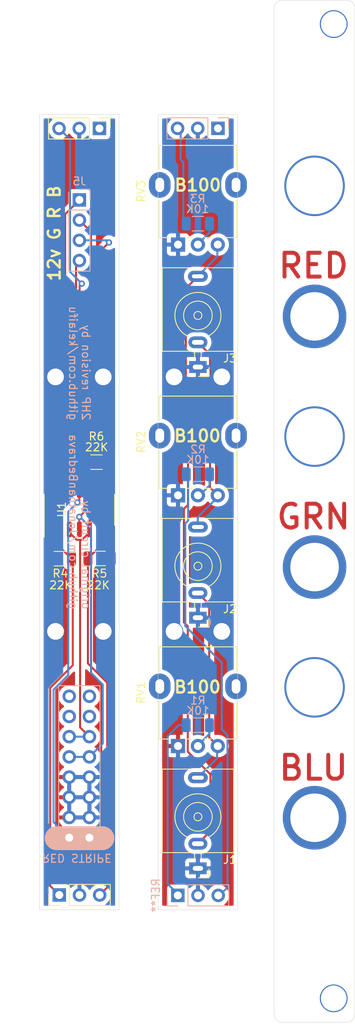
<source format=kicad_pcb>
(kicad_pcb (version 20211014) (generator pcbnew)
  (layers (0 "F.Cu" signal) (31 "B.Cu" signal) (34 "B.Paste" user) (35 "F.Paste" user) (36 "B.SilkS" user "B.Silkscreen") (37 "F.SilkS" user "F.Silkscreen") (38 "B.Mask" user) (39 "F.Mask" user) (44 "Edge.Cuts" user))
  (net 0 "")
  (net 1 "Net-(R1-Pad1)")
  (net 2 "Net-(R2-Pad1)")
  (net 3 "Net-(R3-Pad1)")
  (net 4 "Net-(J1-PadT)")
  (net 5 "GND")
  (net 6 "Net-(J2-PadT)")
  (net 7 "Net-(J3-PadT)")
  (net 8 "+5V")
  (net 9 "+12V")
  (net 10 "Net-(J5-Pad3)")
  (net 11 "Net-(J5-Pad2)")
  (net 12 "Net-(J5-Pad1)")
  (net 13 "-12V")
  (net 14 "Net-(R1-Pad2)")
  (net 15 "Net-(R2-Pad2)")
  (net 16 "Net-(R3-Pad2)")
  (footprint "Resistor_SMD:R_1206_3216Metric" (layer "F.Cu") (at 2.54952 55.854097 180)
    (fp_text reference "R4" (at -0.05048 -1.865903) (layer "F.SilkS"))
    (fp_text value "22K" (at -0.12048 -3.335903) (layer "F.SilkS"))
    (fp_line (start -0.727064 0.91) (end 0.727064 0.91) (layer "F.SilkS") (width 0.12))
    (fp_line (start -0.727064 -0.91) (end 0.727064 -0.91) (layer "F.SilkS") (width 0.12))
    (pad "1" smd roundrect locked (at -1.4625 0 180) (size 1.125 1.75) (layers "F.Cu" "F.Paste" "F.Mask") (roundrect_rratio 0.2222222222) (net 1 "Net-(R1-Pad1)"))
    (pad "2" smd roundrect locked (at 1.4625 0 180) (size 1.125 1.75) (layers "F.Cu" "F.Paste" "F.Mask") (roundrect_rratio 0.2222222222) (net 12 "Net-(J5-Pad1)"))
  )
  (footprint "Resistor_SMD:R_1206_3216Metric" (layer "F.Cu") (at 7.53952 55.824097)
    (fp_text reference "R5" (at -0.01952 1.895903) (layer "F.SilkS"))
    (fp_text value "22K" (at -0.16952 3.365903) (layer "F.SilkS"))
    (fp_line (start -0.727064 0.91) (end 0.727064 0.91) (layer "F.SilkS") (width 0.12))
    (fp_line (start -0.727064 -0.91) (end 0.727064 -0.91) (layer "F.SilkS") (width 0.12))
    (pad "1" smd roundrect locked (at -1.4625 0) (size 1.125 1.75) (layers "F.Cu" "F.Paste" "F.Mask") (roundrect_rratio 0.2222222222) (net 2 "Net-(R2-Pad1)"))
    (pad "2" smd roundrect locked (at 1.4625 0) (size 1.125 1.75) (layers "F.Cu" "F.Paste" "F.Mask") (roundrect_rratio 0.2222222222) (net 11 "Net-(J5-Pad2)"))
  )
  (footprint "Resistor_SMD:R_1206_3216Metric" (layer "F.Cu") (at 7.16 43.72)
    (fp_text reference "R6" (at -0.01 -3.24) (layer "F.SilkS"))
    (fp_text value "22K" (at 0.01 -1.88 180) (layer "F.SilkS"))
    (fp_line (start -0.727064 -0.91) (end 0.727064 -0.91) (layer "F.SilkS") (width 0.12))
    (fp_line (start -0.727064 0.91) (end 0.727064 0.91) (layer "F.SilkS") (width 0.12))
    (pad "1" smd roundrect locked (at -1.4625 0) (size 1.125 1.75) (layers "F.Cu" "F.Paste" "F.Mask") (roundrect_rratio 0.2222222222) (net 3 "Net-(R3-Pad1)"))
    (pad "2" smd roundrect locked (at 1.4625 0) (size 1.125 1.75) (layers "F.Cu" "F.Paste" "F.Mask") (roundrect_rratio 0.2222222222) (net 10 "Net-(J5-Pad3)"))
  )
  (footprint "Potentiometer_THT:Potentiometer_Alpha_RD901F-40-00D_Single_Vertical" (layer "F.Cu") (at 17.41 47.887185 90)
    (fp_text reference "RV2" (at 6.71 -4.64 90) (layer "F.SilkS"))
    (fp_text value "100K")
    (fp_line (start 0.88 -2.38) (end 5.6 -2.38) (layer "F.SilkS") (width 0.12))
    (fp_line (start 9.41 -2.37) (end 12.47 -2.37) (layer "F.SilkS") (width 0.12))
    (fp_line (start 9.41 7.37) (end 12.47 7.37) (layer "F.SilkS") (width 0.12))
    (fp_line (start 0.88 -1.19) (end 0.88 -2.37) (layer "F.SilkS") (width 0.12))
    (fp_line (start 0.88 7.37) (end 5.6 7.37) (layer "F.SilkS") (width 0.12))
    (fp_line (start 0.88 7.37) (end 0.88 5.88) (layer "F.SilkS") (width 0.12))
    (fp_line (start 0.88 1.71) (end 0.88 1.18) (layer "F.SilkS") (width 0.12))
    (fp_line (start 0.88 4.16) (end 0.88 3.33) (layer "F.SilkS") (width 0.12))
    (fp_line (start 12.47 7.37) (end 12.47 -2.37) (layer "F.SilkS") (width 0.12))
    (pad "" thru_hole oval locked (at 7.5 -2.3 180) (size 2.72 3.24) (drill oval 1.1 1.8) (layers *.Cu *.Mask))
    (pad "" thru_hole oval locked (at 7.5 7.3 180) (size 2.72 3.24) (drill oval 1.1 1.8) (layers *.Cu *.Mask))
    (pad "1" thru_hole rect locked (at 0 0 180) (size 1.8 1.8) (drill 1) (layers *.Cu *.Mask) (net 5 "GND"))
    (pad "2" thru_hole circle locked (at 0 2.5 180) (size 1.8 1.8) (drill 1) (layers *.Cu *.Mask) (net 15 "Net-(R2-Pad2)"))
    (pad "3" thru_hole circle locked (at 0 5 180) (size 1.8 1.8) (drill 1) (layers *.Cu *.Mask) (net 6 "Net-(J2-PadT)"))
  )
  (footprint "Potentiometer_THT:Potentiometer_Alpha_RD901F-40-00D_Single_Vertical" (layer "F.Cu") (at 17.41 16.362463 90)
    (fp_text reference "RV3" (at 6.71 -4.64 90) (layer "F.SilkS"))
    (fp_text value "100K")
    (fp_line (start 9.41 -2.37) (end 12.47 -2.37) (layer "F.SilkS") (width 0.12))
    (fp_line (start 9.41 7.37) (end 12.47 7.37) (layer "F.SilkS") (width 0.12))
    (fp_line (start 0.88 -1.19) (end 0.88 -2.37) (layer "F.SilkS") (width 0.12))
    (fp_line (start 0.88 -2.38) (end 5.6 -2.38) (layer "F.SilkS") (width 0.12))
    (fp_line (start 0.88 4.16) (end 0.88 3.33) (layer "F.SilkS") (width 0.12))
    (fp_line (start 0.88 1.71) (end 0.88 1.18) (layer "F.SilkS") (width 0.12))
    (fp_line (start 0.88 7.37) (end 5.6 7.37) (layer "F.SilkS") (width 0.12))
    (fp_line (start 0.88 7.37) (end 0.88 5.88) (layer "F.SilkS") (width 0.12))
    (fp_line (start 12.47 7.37) (end 12.47 -2.37) (layer "F.SilkS") (width 0.12))
    (pad "" thru_hole oval locked (at 7.5 -2.3 180) (size 2.72 3.24) (drill oval 1.1 1.8) (layers *.Cu *.Mask))
    (pad "" thru_hole oval locked (at 7.5 7.3 180) (size 2.72 3.24) (drill oval 1.1 1.8) (layers *.Cu *.Mask))
    (pad "1" thru_hole rect locked (at 0 0 180) (size 1.8 1.8) (drill 1) (layers *.Cu *.Mask) (net 5 "GND"))
    (pad "2" thru_hole circle locked (at 0 2.5 180) (size 1.8 1.8) (drill 1) (layers *.Cu *.Mask) (net 16 "Net-(R3-Pad2)"))
    (pad "3" thru_hole circle locked (at 0 5 180) (size 1.8 1.8) (drill 1) (layers *.Cu *.Mask) (net 7 "Net-(J3-PadT)"))
  )
  (footprint "Package_SO:SOIC-14_3.9x8.7mm_P1.27mm" (layer "F.Cu") (at 5 49.709097 90)
    (fp_text reference "U1" (at 0.04063 -2.208343 90) (layer "F.SilkS"))
    (fp_text value "TL084")
    (fp_line (start 0 -4.435) (end -3.45 -4.435) (layer "F.SilkS") (width 0.12))
    (fp_line (start 0 4.435) (end -1.95 4.435) (layer "F.SilkS") (width 0.12))
    (fp_line (start 0 4.435) (end 1.95 4.435) (layer "F.SilkS") (width 0.12))
    (fp_line (start 0 -4.435) (end 1.95 -4.435) (layer "F.SilkS") (width 0.12))
    (pad "1" smd roundrect locked (at -2.475 -3.81 90) (size 1.95 0.6) (layers "F.Cu" "F.Paste" "F.Mask") (net 12 "Net-(J5-Pad1)"))
    (pad "2" smd roundrect locked (at -2.475 -2.54 90) (size 1.95 0.6) (layers "F.Cu" "F.Paste" "F.Mask") (net 1 "Net-(R1-Pad1)"))
    (pad "3" smd roundrect locked (at -2.475 -1.27 90) (size 1.95 0.6) (layers "F.Cu" "F.Paste" "F.Mask") (net 8 "+5V"))
    (pad "4" smd roundrect locked (at -2.475 0 90) (size 1.95 0.6) (layers "F.Cu" "F.Paste" "F.Mask") (net 9 "+12V"))
    (pad "5" smd roundrect locked (at -2.475 1.27 90) (size 1.95 0.6) (layers "F.Cu" "F.Paste" "F.Mask") (net 8 "+5V"))
    (pad "6" smd roundrect locked (at -2.475 2.54 90) (size 1.95 0.6) (layers "F.Cu" "F.Paste" "F.Mask") (net 2 "Net-(R2-Pad1)"))
    (pad "7" smd roundrect locked (at -2.475 3.81 90) (size 1.95 0.6) (layers "F.Cu" "F.Paste" "F.Mask") (net 11 "Net-(J5-Pad2)"))
    (pad "8" smd roundrect locked (at 2.475 3.81 90) (size 1.95 0.6) (layers "F.Cu" "F.Paste" "F.Mask") (net 10 "Net-(J5-Pad3)"))
    (pad "9" smd roundrect locked (at 2.475 2.54 90) (size 1.95 0.6) (layers "F.Cu" "F.Paste" "F.Mask") (net 3 "Net-(R3-Pad1)"))
    (pad "10" smd roundrect locked (at 2.475 1.27 90) (size 1.95 0.6) (layers "F.Cu" "F.Paste" "F.Mask") (net 8 "+5V"))
    (pad "11" smd roundrect locked (at 2.475 0 90) (size 1.95 0.6) (layers "F.Cu" "F.Paste" "F.Mask") (net 13 "-12V"))
    (pad "12" smd roundrect locked (at 2.475 -1.27 90) (size 1.95 0.6) (layers "F.Cu" "F.Paste" "F.Mask"))
    (pad "13" smd roundrect locked (at 2.475 -2.54 90) (size 1.95 0.6) (layers "F.Cu" "F.Paste" "F.Mask"))
    (pad "14" smd roundrect locked (at 2.475 -3.81 90) (size 1.95 0.6) (layers "F.Cu" "F.Paste" "F.Mask"))
  )
  (footprint "_kicad_footprints:3.5mm_tip_switch_thonkiconn" (layer "F.Cu") (at 19.91 94.79305 180)
    (fp_text reference "J1" (at -4.03 1.08) (layer "F.SilkS"))
    (fp_text value "AudioJack2")
    (fp_line (start -1.4 -1.18) (end -1.4 -0.08) (layer "F.SilkS") (width 0.12))
    (fp_line (start -1 12.48) (end -4.5 12.48) (layer "F.SilkS") (width 0.12))
    (fp_line (start -4.5 1.98) (end -4.5 12.48) (layer "F.SilkS") (width 0.12))
    (fp_line (start 4.5 1.98) (end 4.5 12.48) (layer "F.SilkS") (width 0.12))
    (fp_line (start 0.42 1.2) (end 0.42 1.8) (layer "F.SilkS") (width 0.12))
    (fp_line (start -0.9 1.98) (end -4.5 1.98) (layer "F.SilkS") (width 0.12))
    (fp_line (start -0.42 1.2) (end -0.42 1.8) (layer "F.SilkS") (width 0.12))
    (fp_line (start 4.5 1.98) (end 0.9 1.98) (layer "F.SilkS") (width 0.12))
    (fp_line (start 4.5 12.48) (end 1 12.48) (layer "F.SilkS") (width 0.12))
    (fp_line (start -1.4 -1.18) (end -0.08 -1.18) (layer "F.SilkS") (width 0.12))
    (fp_arc (start 1.296263 3.891423) (mid 2.817353 7.145994) (end 0 9.375) (layer "F.SilkS") (width 0.12))
    (fp_arc (start 0 9.375) (mid -2.817353 7.145994) (end -1.296263 3.891423) (layer "F.SilkS") (width 0.12))
    (fp_circle (center 0 6.48) (end 1.8 6.48) (layer "F.SilkS") (width 0.12) (fill none))
    (fp_circle (center 0 6.48) (end 0.5 6.48) (layer "F.SilkS") (width 0.12) (fill none))
    (pad "S" thru_hole rect (at 0 0) (size 2.2 1.5) (drill oval 1.3 0.6) (layers *.Cu *.Mask) (net 5 "GND"))
    (pad "T" thru_hole oval (at 0 11.4) (size 2.5 1.4) (drill oval 1.5 0.5) (layers *.Cu *.Mask) (net 4 "Net-(J1-PadT)"))
    (pad "TN" thru_hole oval (at 0 3.1) (size 2.4 1.5) (drill oval 1.5 0.6) (layers *.Cu *.Mask) (net 7 "Net-(J3-PadT)"))
  )
  (footprint "_kicad_footprints:3.5mm_tip_switch_thonkiconn" (layer "F.Cu") (at 19.91 63.274016 180)
    (fp_text reference "J2" (at -4.03 1.08) (layer "F.SilkS"))
    (fp_text value "AudioJack2")
    (fp_line (start 4.5 1.98) (end 4.5 12.48) (layer "F.SilkS") (width 0.12))
    (fp_line (start -1.4 -1.18) (end -0.08 -1.18) (layer "F.SilkS") (width 0.12))
    (fp_line (start -1.4 -1.18) (end -1.4 -0.08) (layer "F.SilkS") (width 0.12))
    (fp_line (start 4.5 12.48) (end 1 12.48) (layer "F.SilkS") (width 0.12))
    (fp_line (start 0.42 1.2) (end 0.42 1.8) (layer "F.SilkS") (width 0.12))
    (fp_line (start -0.9 1.98) (end -4.5 1.98) (layer "F.SilkS") (width 0.12))
    (fp_line (start -4.5 1.98) (end -4.5 12.48) (layer "F.SilkS") (width 0.12))
    (fp_line (start -0.42 1.2) (end -0.42 1.8) (layer "F.SilkS") (width 0.12))
    (fp_line (start 4.5 1.98) (end 0.9 1.98) (layer "F.SilkS") (width 0.12))
    (fp_line (start -1 12.48) (end -4.5 12.48) (layer "F.SilkS") (width 0.12))
    (fp_arc (start 0 9.375) (mid -2.817353 7.145994) (end -1.296263 3.891423) (layer "F.SilkS") (width 0.12))
    (fp_arc (start 1.296263 3.891423) (mid 2.817353 7.145994) (end 0 9.375) (layer "F.SilkS") (width 0.12))
    (fp_circle (center 0 6.48) (end 1.8 6.48) (layer "F.SilkS") (width 0.12) (fill none))
    (fp_circle (center 0 6.48) (end 0.5 6.48) (layer "F.SilkS") (width 0.12) (fill none))
    (pad "S" thru_hole rect (at 0 0) (size 2.2 1.5) (drill oval 1.3 0.6) (layers *.Cu *.Mask) (net 5 "GND"))
    (pad "T" thru_hole oval (at 0 11.4) (size 2.5 1.4) (drill oval 1.5 0.5) (layers *.Cu *.Mask) (net 6 "Net-(J2-PadT)"))
    (pad "TN" thru_hole oval (at 0 3.1) (size 2.4 1.5) (drill oval 1.5 0.6) (layers *.Cu *.Mask) (net 4 "Net-(J1-PadT)"))
  )
  (footprint "_kicad_footprints:3.5mm_tip_switch_thonkiconn" (layer "F.Cu") (at 19.91 31.754983 180)
    (fp_text reference "J3" (at -4.03 1.08) (layer "F.SilkS"))
    (fp_text value "AudioJack2")
    (fp_line (start -1 12.48) (end -4.5 12.48) (layer "F.SilkS") (width 0.12))
    (fp_line (start 4.5 1.98) (end 4.5 12.48) (layer "F.SilkS") (width 0.12))
    (fp_line (start -1.4 -1.18) (end -0.08 -1.18) (layer "F.SilkS") (width 0.12))
    (fp_line (start 4.5 12.48) (end 1 12.48) (layer "F.SilkS") (width 0.12))
    (fp_line (start -4.5 1.98) (end -4.5 12.48) (layer "F.SilkS") (width 0.12))
    (fp_line (start 0.42 1.2) (end 0.42 1.8) (layer "F.SilkS") (width 0.12))
    (fp_line (start -0.9 1.98) (end -4.5 1.98) (layer "F.SilkS") (width 0.12))
    (fp_line (start -0.42 1.2) (end -0.42 1.8) (layer "F.SilkS") (width 0.12))
    (fp_line (start 4.5 1.98) (end 0.9 1.98) (layer "F.SilkS") (width 0.12))
    (fp_line (start -1.4 -1.18) (end -1.4 -0.08) (layer "F.SilkS") (width 0.12))
    (fp_arc (start 1.296263 3.891423) (mid 2.817353 7.145994) (end 0 9.375) (layer "F.SilkS") (width 0.12))
    (fp_arc (start 0 9.375) (mid -2.817353 7.145994) (end -1.296263 3.891423) (layer "F.SilkS") (width 0.12))
    (fp_circle (center 0 6.48) (end 0.5 6.48) (layer "F.SilkS") (width 0.12) (fill none))
    (fp_circle (center 0 6.48) (end 1.8 6.48) (layer "F.SilkS") (width 0.12) (fill none))
    (pad "S" thru_hole rect (at 0 0) (size 2.2 1.5) (drill oval 1.3 0.6) (layers *.Cu *.Mask) (net 5 "GND"))
    (pad "T" thru_hole oval (at 0 11.4) (size 2.5 1.4) (drill oval 1.5 0.5) (layers *.Cu *.Mask) (net 7 "Net-(J3-PadT)"))
    (pad "TN" thru_hole oval (at 0 3.1) (size 2.4 1.5) (drill oval 1.5 0.6) (layers *.Cu *.Mask) (net 6 "Net-(J2-PadT)"))
  )
  (footprint "Potentiometer_THT:Potentiometer_Alpha_RD901F-40-00D_Single_Vertical" (layer "F.Cu") (at 17.41 79.411907 90)
    (fp_text reference "RV1" (at 6.71 -4.64 90) (layer "F.SilkS"))
    (fp_text value "100K")
    (fp_line (start 0.88 7.37) (end 5.6 7.37) (layer "F.SilkS") (width 0.12))
    (fp_line (start 0.88 4.16) (end 0.88 3.33) (layer "F.SilkS") (width 0.12))
    (fp_line (start 9.41 -2.37) (end 12.47 -2.37) (layer "F.SilkS") (width 0.12))
    (fp_line (start 0.88 -2.38) (end 5.6 -2.38) (layer "F.SilkS") (width 0.12))
    (fp_line (start 9.41 7.37) (end 12.47 7.37) (layer "F.SilkS") (width 0.12))
    (fp_line (start 12.47 7.37) (end 12.47 -2.37) (layer "F.SilkS") (width 0.12))
    (fp_line (start 0.88 7.37) (end 0.88 5.88) (layer "F.SilkS") (width 0.12))
    (fp_line (start 0.88 1.71) (end 0.88 1.18) (layer "F.SilkS") (width 0.12))
    (fp_line (start 0.88 -1.19) (end 0.88 -2.37) (layer "F.SilkS") (width 0.12))
    (pad "" thru_hole oval locked (at 7.5 -2.3 180) (size 2.72 3.24) (drill oval 1.1 1.8) (layers *.Cu *.Mask))
    (pad "" thru_hole oval locked (at 7.5 7.3 180) (size 2.72 3.24) (drill oval 1.1 1.8) (layers *.Cu *.Mask))
    (pad "1" thru_hole rect locked (at 0 0 180) (size 1.8 1.8) (drill 1) (layers *.Cu *.Mask) (net 5 "GND"))
    (pad "2" thru_hole circle locked (at 0 2.5 180) (size 1.8 1.8) (drill 1) (layers *.Cu *.Mask) (net 14 "Net-(R1-Pad2)"))
    (pad "3" thru_hole circle locked (at 0 5 180) (size 1.8 1.8) (drill 1) (layers *.Cu *.Mask) (net 4 "Net-(J1-PadT)"))
  )
  (footprint "Connector_PinHeader_2.54mm:PinHeader_1x03_P2.54mm_Vertical" (layer "F.Cu") (at 7.525 1.76 -90)
    (fp_text reference "REF**" hide)
    (fp_text value "1x03")
    (fp_line (start -1.33 0) (end -1.33 -1.33) (layer "F.SilkS") (width 0.12))
    (fp_line (start -1.33 6.41) (end 1.33 6.41) (layer "F.SilkS") (width 0.12))
    (fp_line (start -1.33 1.27) (end -1.33 6.41) (layer "F.SilkS") (width 0.12))
    (fp_line (start -1.33 1.27) (end 1.33 1.27) (layer "F.SilkS") (width 0.12))
    (fp_line (start 1.33 1.27) (end 1.33 6.41) (layer "F.SilkS") (width 0.12))
    (fp_line (start -1.33 -1.33) (end 0 -1.33) (layer "F.SilkS") (width 0.12))
    (pad "1" thru_hole rect locked (at 0 0 270) (size 1.7 1.7) (drill 1) (layers *.Cu *.Mask))
    (pad "2" thru_hole oval locked (at 0 2.54 270) (size 1.7 1.7) (drill 1) (layers *.Cu *.Mask) (net 5 "GND"))
    (pad "3" thru_hole oval locked (at 0 5.08 270) (size 1.7 1.7) (drill 1) (layers *.Cu *.Mask) (net 3 "Net-(R3-Pad1)"))
  )
  (footprint "" (layer "F.Cu") (at 34.584447 25.39252)
    (fp_text reference "" (at 0 0) (layer "F.SilkS") (effects (font (size 1.27 1.27))))
    (fp_text value "" (at 0 0) (layer "F.SilkS") (effects (font (size 1.27 1.27))))
    (pad "1" thru_hole circle locked (at 0 0) (size 8 8) (drill 6.096) (layers *.Cu *.Mask))
  )
  (footprint "" (layer "F.Cu") (at 34.584447 88.430587)
    (fp_text reference "" (at 0 0) (layer "F.SilkS") (effects (font (size 1.27 1.27))))
    (fp_text value "" (at 0 0) (layer "F.SilkS") (effects (font (size 1.27 1.27))))
    (pad "1" thru_hole circle locked (at 0 0) (size 8 8) (drill 6.096) (layers *.Cu *.Mask))
  )
  (footprint "Connector_PinHeader_2.54mm:PinHeader_1x03_P2.54mm_Vertical" (layer "F.Cu") (at 2.475 98.14 90)
    (fp_text reference "REF**" hide)
    (fp_text value "1x03")
    (fp_line (start -1.33 -1.33) (end 0 -1.33) (layer "F.SilkS") (width 0.12))
    (fp_line (start -1.33 1.27) (end -1.33 6.41) (layer "F.SilkS") (width 0.12))
    (fp_line (start -1.33 0) (end -1.33 -1.33) (layer "F.SilkS") (width 0.12))
    (fp_line (start -1.33 6.41) (end 1.33 6.41) (layer "F.SilkS") (width 0.12))
    (fp_line (start -1.33 1.27) (end 1.33 1.27) (layer "F.SilkS") (width 0.12))
    (fp_line (start 1.33 1.27) (end 1.33 6.41) (layer "F.SilkS") (width 0.12))
    (pad "1" thru_hole rect locked (at 0 0 90) (size 1.7 1.7) (drill 1) (layers *.Cu *.Mask) (net 1 "Net-(R1-Pad1)"))
    (pad "2" thru_hole oval locked (at 0 2.54 90) (size 1.7 1.7) (drill 1) (layers *.Cu *.Mask) (net 5 "GND"))
    (pad "3" thru_hole oval locked (at 0 5.08 90) (size 1.7 1.7) (drill 1) (layers *.Cu *.Mask) (net 2 "Net-(R2-Pad1)"))
  )
  (footprint "" (layer "F.Cu") (at 34.584447 72.029444)
    (fp_text reference "" (at 0 0) (layer "F.SilkS") (effects (font (size 1.27 1.27))))
    (fp_text value "" (at 0 0) (layer "F.SilkS") (effects (font (size 1.27 1.27))))
    (pad "alps pot" thru_hole circle locked (at 0 0) (size 7.612 7.612) (drill 7.112) (layers *.Cu *.Mask))
  )
  (footprint "EURORACK2HPPANEL" (layer "F.Cu") (at 29.4925 114.1375)
    (fp_text reference "U$1" hide)
    (fp_text value "EURORACK_PANEL2HP" hide)
    (fp_line (start 1 -128.5) (end 9.16 -128.5) (layer "Edge.Cuts") (width 0.05))
    (fp_line (start 9.16 0) (end 1 0) (layer "Edge.Cuts") (width 0.05))
    (fp_line (start 10.16 -127.5) (end 10.16 -1) (layer "Edge.Cuts") (width 0.05))
    (fp_line (start 0 -1) (end 0 -127.5) (layer "Edge.Cuts") (width 0.05))
    (fp_arc (start 1 0) (mid 0.292893 -0.292893) (end 0 -1) (layer "Edge.Cuts") (width 0.05))
    (fp_arc (start 10.16 -1) (mid 9.867107 -0.292893) (end 9.16 0) (layer "Edge.Cuts") (width 0.05))
    (fp_arc (start 9.16 -128.5) (mid 9.867107 -128.207107) (end 10.16 -127.5) (layer "Edge.Cuts") (width 0.05))
    (fp_arc (start 0 -127.5) (mid 0.292893 -128.207107) (end 1 -128.5) (layer "Edge.Cuts") (width 0.05))
    (pad "" np_thru_hole circle (at 7.5 -125.5) (size 3.5 3.5) (drill 3.2) (layers F&B.Cu *.Mask))
    (pad "" np_thru_hole circle (at 7.5 -3) (size 3.5 3.5) (drill 3.2) (layers F&B.Cu *.Mask))
  )
  (footprint "" (layer "F.Cu") (at 34.584447 8.98)
    (fp_text reference "" (at 0 0) (layer "F.SilkS") (effects (font (size 1.27 1.27))))
    (fp_text value "" (at 0 0) (layer "F.SilkS") (effects (font (size 1.27 1.27))))
    (pad "alps pot" thru_hole circle locked (at 0 0) (size 7.612 7.612) (drill 7.112) (layers *.Cu *.Mask))
  )
  (footprint "" (layer "F.Cu") (at 34.584447 56.911553)
    (fp_text reference "" (at 0 0) (layer "F.SilkS") (effects (font (size 1.27 1.27))))
    (fp_text value "" (at 0 0) (layer "F.SilkS") (effects (font (size 1.27 1.27))))
    (pad "1" thru_hole circle locked (at 0 0) (size 8 8) (drill 6.096) (layers *.Cu *.Mask))
  )
  (footprint "" (layer "F.Cu") (at 34.584447 40.504722)
    (fp_text reference "" (at 0 0) (layer "F.SilkS") (effects (font (size 1.27 1.27))))
    (fp_text value "" (at 0 0) (layer "F.SilkS") (effects (font (size 1.27 1.27))))
    (pad "alps pot" thru_hole circle locked (at 0 0) (size 7.612 7.612) (drill 7.112) (layers *.Cu *.Mask))
  )
  (footprint "Resistor_SMD:R_1206_3216Metric" (layer "B.Cu") (at 19.9 76.79)
    (fp_text reference "R1" (at 0 -3.11) (layer "B.SilkS") (effects (justify mirror)))
    (fp_text value "10K" (at 0.01 -1.83) (layer "B.SilkS") (effects (justify mirror)))
    (fp_line (start -0.727064 0.91) (end 0.727064 0.91) (layer "B.SilkS") (width 0.12))
    (fp_line (start -0.727064 -0.91) (end 0.727064 -0.91) (layer "B.SilkS") (width 0.12))
    (pad "1" smd roundrect locked (at -1.4625 0) (size 1.125 1.75) (layers "B.Cu" "B.Paste" "B.Mask") (roundrect_rratio 0.2222222222) (net 1 "Net-(R1-Pad1)"))
    (pad "2" smd roundrect locked (at 1.4625 0) (size 1.125 1.75) (layers "B.Cu" "B.Paste" "B.Mask") (roundrect_rratio 0.2222222222) (net 14 "Net-(R1-Pad2)"))
  )
  (footprint "Resistor_SMD:R_1206_3216Metric" (layer "B.Cu") (at 19.91 45.239145)
    (fp_text reference "R2" (at 0.02 -3.129145) (layer "B.SilkS") (effects (justify mirror)))
    (fp_text value "10K" (at -0.01 -1.829145) (layer "B.SilkS") (effects (justify mirror)))
    (fp_line (start -0.727064 0.91) (end 0.727064 0.91) (layer "B.SilkS") (width 0.12))
    (fp_line (start -0.727064 -0.91) (end 0.727064 -0.91) (layer "B.SilkS") (width 0.12))
    (pad "1" smd roundrect locked (at -1.4625 0) (size 1.125 1.75) (layers "B.Cu" "B.Paste" "B.Mask") (roundrect_rratio 0.2222222222) (net 2 "Net-(R2-Pad1)"))
    (pad "2" smd roundrect locked (at 1.4625 0) (size 1.125 1.75) (layers "B.Cu" "B.Paste" "B.Mask") (roundrect_rratio 0.2222222222) (net 15 "Net-(R2-Pad2)"))
  )
  (footprint "Resistor_SMD:R_1206_3216Metric" (layer "B.Cu") (at 19.91 13.733363)
    (fp_text reference "R3" (at -0.03 -3.133363) (layer "B.SilkS") (effects (justify mirror)))
    (fp_text value "10K" (at -0.06 -1.843363) (layer "B.SilkS") (effects (justify mirror)))
    (fp_line (start -0.727064 -0.91) (end 0.727064 -0.91) (layer "B.SilkS") (width 0.12))
    (fp_line (start -0.727064 0.91) (end 0.727064 0.91) (layer "B.SilkS") (width 0.12))
    (pad "1" smd roundrect locked (at -1.4625 0) (size 1.125 1.75) (layers "B.Cu" "B.Paste" "B.Mask") (roundrect_rratio 0.2222222222) (net 3 "Net-(R3-Pad1)"))
    (pad "2" smd roundrect locked (at 1.4625 0) (size 1.125 1.75) (layers "B.Cu" "B.Paste" "B.Mask") (roundrect_rratio 0.2222222222) (net 16 "Net-(R3-Pad2)"))
  )
  (footprint "Connector_PinHeader_2.54mm:PinHeader_2x08_P2.54mm_Vertical" (layer "B.Cu") (at 3.725 90.935)
    (fp_text reference "J4" hide)
    (fp_text value "Conn_02x08_Odd_Even")
    (fp_line (start 1.27 -1.27) (end 1.27 1.33) (layer "B.SilkS") (width 0.12))
    (fp_line (start 3.87 1.33) (end 3.87 -19.11) (layer "B.SilkS") (width 0.12))
    (fp_line (start -1.33 -19.11) (end 3.87 -19.11) (layer "B.SilkS") (width 0.12))
    (fp_line (start -1.33 -1.27) (end -1.33 -19.11) (layer "B.SilkS") (width 0.12))
    (fp_line (start -1.33 0) (end -1.33 1.33) (layer "B.SilkS") (width 0.12))
    (fp_line (start -1.33 1.33) (end 0 1.33) (layer "B.SilkS") (width 0.12))
    (fp_line (start -1.33 -1.27) (end 1.27 -1.27) (layer "B.SilkS") (width 0.12))
    (fp_line (start 1.27 1.33) (end 3.87 1.33) (layer "B.SilkS") (width 0.12))
    (pad "1" thru_hole rect locked (at 0 0) (size 1.7 1.7) (drill 1) (layers *.Cu *.Mask) (net 13 "-12V"))
    (pad "2" thru_hole oval locked (at 2.54 0) (size 1.7 1.7) (drill 1) (layers *.Cu *.Mask) (net 13 "-12V"))
    (pad "3" thru_hole oval locked (at 0 -2.54) (size 1.7 1.7) (drill 1) (layers *.Cu *.Mask) (net 5 "GND"))
    (pad "4" thru_hole oval locked (at 2.54 -2.54) (size 1.7 1.7) (drill 1) (layers *.Cu *.Mask) (net 5 "GND"))
    (pad "5" thru_hole oval locked (at 0 -5.08) (size 1.7 1.7) (drill 1) (layers *.Cu *.Mask) (net 5 "GND"))
    (pad "6" thru_hole oval locked (at 2.54 -5.08) (size 1.7 1.7) (drill 1) (layers *.Cu *.Mask) (net 5 "GND"))
    (pad "7" thru_hole oval locked (at 0 -7.62) (size 1.7 1.7) (drill 1) (layers *.Cu *.Mask) (net 5 "GND"))
    (pad "8" thru_hole oval locked (at 2.54 -7.62) (size 1.7 1.7) (drill 1) (layers *.Cu *.Mask) (net 5 "GND"))
    (pad "9" thru_hole oval locked (at 0 -10.16) (size 1.7 1.7) (drill 1) (layers *.Cu *.Mask) (net 9 "+12V"))
    (pad "10" thru_hole oval locked (at 2.54 -10.16) (size 1.7 1.7) (drill 1) (layers *.Cu *.Mask) (net 9 "+12V"))
    (pad "11" thru_hole oval locked (at 0 -12.7) (size 1.7 1.7) (drill 1) (layers *.Cu *.Mask) (net 8 "+5V"))
    (pad "12" thru_hole oval locked (at 2.54 -12.7) (size 1.7 1.7) (drill 1) (layers *.Cu *.Mask) (net 8 "+5V"))
    (pad "13" thru_hole oval locked (at 0 -15.24) (size 1.7 1.7) (drill 1) (layers *.Cu *.Mask))
    (pad "14" thru_hole oval locked (at 2.54 -15.24) (size 1.7 1.7) (drill 1) (layers *.Cu *.Mask))
    (pad "15" thru_hole oval locked (at 0 -17.78) (size 1.7 1.7) (drill 1) (layers *.Cu *.Mask))
    (pad "16" thru_hole oval locked (at 2.54 -17.78) (size 1.7 1.7) (drill 1) (layers *.Cu *.Mask))
  )
  (footprint "Connector_PinHeader_2.54mm:PinHeader_1x04_P2.54mm_Vertical" (layer "B.Cu") (at 5 10.75 180)
    (fp_text reference "J5" (at 0 2.33) (layer "B.SilkS") (effects (justify mirror)))
    (fp_text value "Conn_01x04_Female")
    (fp_line (start -1.33 -1.27) (end -1.33 -8.95) (layer "B.SilkS") (width 0.12))
    (fp_line (start -1.33 -1.27) (end 1.33 -1.27) (layer "B.SilkS") (width 0.12))
    (fp_line (start -1.33 0) (end -1.33 1.33) (layer "B.SilkS") (width 0.12))
    (fp_line (start -1.33 1.33) (end 0 1.33) (layer "B.SilkS") (width 0.12))
    (fp_line (start -1.33 -8.95) (end 1.33 -8.95) (layer "B.SilkS") (width 0.12))
    (fp_line (start 1.33 -1.27) (end 1.33 -8.95) (layer "B.SilkS") (width 0.12))
    (pad "1" thru_hole rect locked (at 0 0 180) (size 1.7 1.7) (drill 1) (layers *.Cu *.Mask) (net 12 "Net-(J5-Pad1)"))
    (pad "2" thru_hole oval locked (at 0 -2.54 180) (size 1.7 1.7) (drill 1) (layers *.Cu *.Mask) (net 11 "Net-(J5-Pad2)"))
    (pad "3" thru_hole oval locked (at 0 -5.08 180) (size 1.7 1.7) (drill 1) (layers *.Cu *.Mask) (net 10 "Net-(J5-Pad3)"))
    (pad "4" thru_hole oval locked (at 0 -7.62 180) (size 1.7 1.7) (drill 1) (layers *.Cu *.Mask) (net 9 "+12V"))
  )
  (footprint "Connector_PinSocket_2.54mm:PinSocket_1x03_P2.54mm_Vertical" (layer "B.Cu") (at 22.435 1.75 90)
    (fp_text reference "REF**" hide)
    (fp_text value "1x03")
    (fp_line (start 1.33 -1.27) (end 1.33 -6.41) (layer "B.SilkS") (width 0.12))
    (fp_line (start -1.33 -1.27) (end 1.33 -1.27) (layer "B.SilkS") (width 0.12))
    (fp_line (start 0 1.33) (end 1.33 1.33) (layer "B.SilkS") (width 0.12))
    (fp_line (start -1.33 -1.27) (end -1.33 -6.41) (layer "B.SilkS") (width 0.12))
    (fp_line (start -1.33 -6.41) (end 1.33 -6.41) (layer "B.SilkS") (width 0.12))
    (fp_line (start 1.33 1.33) (end 1.33 0) (layer "B.SilkS") (width 0.12))
    (pad "1" thru_hole rect locked (at 0 0 90) (size 1.7 1.7) (drill 1) (layers *.Cu *.Mask))
    (pad "2" thru_hole oval locked (at 0 -2.54 90) (size 1.7 1.7) (drill 1) (layers *.Cu *.Mask) (net 5 "GND"))
    (pad "3" thru_hole oval locked (at 0 -5.08 90) (size 1.7 1.7) (drill 1) (layers *.Cu *.Mask) (net 3 "Net-(R3-Pad1)"))
  )
  (footprint "Connector_PinSocket_2.54mm:PinSocket_1x03_P2.54mm_Vertical" (layer "B.Cu") (at 17.385 98.19 -90)
    (fp_text reference "REF**" (at 0 2.77 90) (layer "B.SilkS") (effects (justify mirror)))
    (fp_text value "1x03")
    (fp_line (start -1.33 -1.27) (end 1.33 -1.27) (layer "B.SilkS") (width 0.12))
    (fp_line (start -1.33 -6.41) (end 1.33 -6.41) (layer "B.SilkS") (width 0.12))
    (fp_line (start -1.33 -1.27) (end -1.33 -6.41) (layer "B.SilkS") (width 0.12))
    (fp_line (start 1.33 1.33) (end 1.33 0) (layer "B.SilkS") (width 0.12))
    (fp_line (start 1.33 -1.27) (end 1.33 -6.41) (layer "B.SilkS") (width 0.12))
    (fp_line (start 0 1.33) (end 1.33 1.33) (layer "B.SilkS") (width 0.12))
    (pad "1" thru_hole rect locked (at 0 0 270) (size 1.7 1.7) (drill 1) (layers *.Cu *.Mask) (net 1 "Net-(R1-Pad1)"))
    (pad "2" thru_hole oval locked (at 0 -2.54 270) (size 1.7 1.7) (drill 1) (layers *.Cu *.Mask) (net 5 "GND"))
    (pad "3" thru_hole oval locked (at 0 -5.08 270) (size 1.7 1.7) (drill 1) (layers *.Cu *.Mask) (net 2 "Net-(R2-Pad1)"))
  )
  (gr_line (start 7.895 91) (end 2.145 91) (layer "B.SilkS") (width 3))
  (gr_line (start 0 100) (end 10 100) (layer "Edge.Cuts") (width 0.05))
  (gr_line (start 10 0) (end 10 100) (layer "Edge.Cuts") (width 0.05))
  (gr_line (start 14.91 100) (end 24.91 100) (layer "Edge.Cuts") (width 0.05))
  (gr_line (start 0 0) (end 0 100) (layer "Edge.Cuts") (width 0.05))
  (gr_line (start 14.91 0) (end 14.91 100) (layer "Edge.Cuts") (width 0.05))
  (gr_line (start 14.91 0) (end 24.91 0) (layer "Edge.Cuts") (width 0.05))
  (gr_line (start 0 0) (end 10 0) (layer "Edge.Cuts") (width 0.05))
  (gr_line (start 24.91 0) (end 24.91 100) (layer "Edge.Cuts") (width 0.05))
  (gr_text "GRN" (at 34.45 50.580663) (layer "F.Cu") (effects (font (size 3 3) (thickness 0.5))))
  (gr_text "RED" (at 34.45 19.027334) (layer "F.Cu") (effects (font (size 3 3) (thickness 0.5))))
  (gr_text "BLU" (at 34.45 82.156435) (layer "F.Cu") (effects (font (size 3 3) (thickness 0.5))))
  (gr_text "original circuit by\ngithub.com/JonathanBedrava" (at 5.02 62.32 -90) (layer "B.SilkS") (effects (font (size 1 1)) (justify left mirror)))
  (gr_text "RED STRIPE" (at 4.67 93.48 180) (layer "B.SilkS") (effects (font (size 1 1)) (justify mirror)))
  (gr_text "2HP revision by\ngithub.com/kelaifu" (at 5.02 38.55 -90) (layer "B.SilkS") (effects (font (size 1 1)) (justify left mirror)))
  (gr_text "B100" (at 19.9 8.89) (layer "F.SilkS") (effects (font (size 1.5 1.5) (thickness 0.3))))
  (gr_text "12v G R B" (at 1.84 14.94 90) (layer "F.SilkS") (effects (font (size 1.5 1.5) (thickness 0.3))))
  (gr_text "B100" (at 19.86 72) (layer "F.SilkS") (effects (font (size 1.5 1.5) (thickness 0.3))))
  (gr_text "B100" (at 19.85 40.42) (layer "F.SilkS") (effects (font (size 1.5 1.5) (thickness 0.3))))
  (segment (start 1.33 72.1) (end 1.33 96.995) (width 0.25) (layer "F.Cu") (net 1))
  (segment (start 4.01202 55.854097) (end 2.47952 54.321597) (width 0.25) (layer "F.Cu") (net 1))
  (segment (start 1.33 96.995) (end 2.475 98.14) (width 0.25) (layer "F.Cu") (net 1))
  (segment (start 2.47952 54.321597) (end 2.47952 52.184097) (width 0.25) (layer "F.Cu") (net 1))
  (segment (start 4.17 69.26) (end 1.33 72.1) (width 0.25) (layer "F.Cu") (net 1))
  (segment (start 4.01202 55.854097) (end 4.17 56.012077) (width 0.25) (layer "F.Cu") (net 1))
  (segment (start 4.17 56.012077) (end 4.17 69.26) (width 0.25) (layer "F.Cu") (net 1))
  (segment (start 18.4375 76.79) (end 17.502885 76.79) (width 0.25) (layer "B.Cu") (net 1))
  (segment (start 16.105489 78.187396) (end 16.105489 96.740489) (width 0.25) (layer "B.Cu") (net 1))
  (segment (start 17.502885 76.79) (end 16.105489 78.187396) (width 0.25) (layer "B.Cu") (net 1))
  (segment (start 16.105489 96.740489) (end 17.555 98.19) (width 0.25) (layer "B.Cu") (net 1))
  (segment (start 6.07702 55.824097) (end 6.07702 69.02702) (width 0.25) (layer "F.Cu") (net 2))
  (segment (start 6.07702 69.02702) (end 8.51 71.46) (width 0.25) (layer "F.Cu") (net 2))
  (segment (start 7.55952 54.341597) (end 7.55952 52.184097) (width 0.25) (layer "F.Cu") (net 2))
  (segment (start 8.51 71.46) (end 8.51 97.185) (width 0.25) (layer "F.Cu") (net 2))
  (segment (start 6.07702 55.824097) (end 7.55952 54.341597) (width 0.25) (layer "F.Cu") (net 2))
  (segment (start 8.51 97.185) (end 7.555 98.14) (width 0.25) (layer "F.Cu") (net 2))
  (segment (start 18.32548 51.43452) (end 18.32548 64.330205) (width 0.25) (layer "B.Cu") (net 2))
  (segment (start 23.634511 78.034511) (end 23.634511 97.190489) (width 0.25) (layer "B.Cu") (net 2))
  (segment (start 22.91721 77.31721) (end 23.634511 78.034511) (width 0.25) (layer "B.Cu") (net 2))
  (segment (start 18.4475 45.239145) (end 18.685489 45.477134) (width 0.25) (layer "B.Cu") (net 2))
  (segment (start 18.32548 64.330205) (end 22.91721 68.921935) (width 0.25) (layer "B.Cu") (net 2))
  (segment (start 18.685489 45.477134) (end 18.685489 51.074511) (width 0.25) (layer "B.Cu") (net 2))
  (segment (start 22.91721 68.921935) (end 22.91721 77.31721) (width 0.25) (layer "B.Cu") (net 2))
  (segment (start 18.685489 51.074511) (end 18.32548 51.43452) (width 0.25) (layer "B.Cu") (net 2))
  (segment (start 23.634511 97.190489) (end 22.635 98.19) (width 0.25) (layer "B.Cu") (net 2))
  (segment (start 5.3045 21.27) (end 5.02952 21.54498) (width 0.25) (layer "F.Cu") (net 3))
  (segment (start 7.54 46.858025) (end 5.6975 45.015525) (width 0.25) (layer "F.Cu") (net 3))
  (segment (start 5.6975 45.015525) (end 5.6975 43.72) (width 0.25) (layer "F.Cu") (net 3))
  (segment (start 5.02952 43.05202) (end 5.6975 43.72) (width 0.25) (layer "F.Cu") (net 3))
  (segment (start 7.54 47.234097) (end 7.54 46.858025) (width 0.25) (layer "F.Cu") (net 3))
  (segment (start 5.02952 21.54498) (end 5.02952 43.05202) (width 0.25) (layer "F.Cu") (net 3))
  (via (at 5.3045 21.27) (size 0.8) (drill 0.4) (layers "F.Cu" "B.Cu") (net 3))
  (segment (start 5.3045 21.27) (end 3.825489 19.790989) (width 0.25) (layer "B.Cu") (net 3))
  (segment (start 3.825489 3.140489) (end 2.445 1.76) (width 0.25) (layer "B.Cu") (net 3))
  (segment (start 18.4475 13.733363) (end 18.075 13.360863) (width 0.25) (layer "B.Cu") (net 3))
  (segment (start 3.825489 19.790989) (end 3.825489 3.140489) (width 0.25) (layer "B.Cu") (net 3))
  (segment (start 17.74 5.685) (end 17.74 1.75) (width 0.25) (layer "B.Cu") (net 3))
  (segment (start 18.075 13.360863) (end 18.075 6.02) (width 0.25) (layer "B.Cu") (net 3))
  (segment (start 18.075 6.02) (end 17.74 5.685) (width 0.25) (layer "B.Cu") (net 3))
  (segment (start 21.334511 78.336418) (end 22.41 79.411907) (width 0.25) (layer "F.Cu") (net 4))
  (segment (start 19.91 60.174016) (end 21.334511 61.598527) (width 0.25) (layer "F.Cu") (net 4))
  (segment (start 21.334511 61.598527) (end 21.334511 78.336418) (width 0.25) (layer "F.Cu") (net 4))
  (segment (start 22.33 79.411907) (end 22.33 80.95305) (width 0.25) (layer "B.Cu") (net 4))
  (segment (start 22.33 80.95305) (end 19.89 83.39305) (width 0.25) (layer "B.Cu") (net 4))
  (via (at 2 65) (size 2.3) (drill 2.1) (layers "F.Cu" "B.Cu") (net 5))
  (via (at 2 33) (size 2.3) (drill 2.1) (layers "F.Cu" "B.Cu") (net 5))
  (via (at 16.91 33) (size 2.3) (drill 2.1) (layers "F.Cu" "B.Cu") (net 5))
  (via (at 8 33) (size 2.3) (drill 2.1) (layers "F.Cu" "B.Cu") (net 5))
  (via (at 22.91 33) (size 2.3) (drill 2.1) (layers "F.Cu" "B.Cu") (net 5))
  (via (at 22.91 65) (size 2.3) (drill 2.1) (layers "F.Cu" "B.Cu") (net 5))
  (via (at 16.91 65) (size 2.3) (drill 2.1) (layers "F.Cu" "B.Cu") (net 5))
  (via (at 8 65) (size 2.3) (drill 2.1) (layers "F.Cu" "B.Cu") (net 5))
  (segment (start 21.435489 30.180472) (end 21.435489 46.912674) (width 0.25) (layer "F.Cu") (net 6))
  (segment (start 21.435489 46.912674) (end 22.41 47.887185) (width 0.25) (layer "F.Cu") (net 6))
  (segment (start 19.91 28.654983) (end 21.435489 30.180472) (width 0.25) (layer "F.Cu") (net 6))
  (segment (start 19.9 50.617185) (end 19.9 51.874016) (width 0.25) (layer "B.Cu") (net 6))
  (segment (start 22.63 47.887185) (end 19.9 50.617185) (width 0.25) (layer "B.Cu") (net 6))
  (segment (start 21.48452 82.96868) (end 18.634511 80.118671) (width 0.25) (layer "F.Cu") (net 7))
  (segment (start 18.634511 64.348527) (end 18.15 63.864016) (width 0.25) (layer "F.Cu") (net 7))
  (segment (start 18.66 33.59) (end 18.38548 33.31548) (width 0.25) (layer "F.Cu") (net 7))
  (segment (start 18.634511 80.118671) (end 18.634511 64.348527) (width 0.25) (layer "F.Cu") (net 7))
  (segment (start 18.38548 33.31548) (end 18.38548 21.879503) (width 0.25) (layer "F.Cu") (net 7))
  (segment (start 18.66 49.086207) (end 18.66 33.59) (width 0.25) (layer "F.Cu") (net 7))
  (segment (start 19.91 91.69305) (end 21.48452 90.11853) (width 0.25) (layer "F.Cu") (net 7))
  (segment (start 18.15 49.596207) (end 18.66 49.086207) (width 0.25) (layer "F.Cu") (net 7))
  (segment (start 18.38548 21.879503) (end 19.91 20.354983) (width 0.25) (layer "F.Cu") (net 7))
  (segment (start 18.15 63.864016) (end 18.15 49.596207) (width 0.25) (layer "F.Cu") (net 7))
  (segment (start 21.48452 90.11853) (end 21.48452 82.96868) (width 0.25) (layer "F.Cu") (net 7))
  (segment (start 22.36 16.362463) (end 22.36 17.864983) (width 0.25) (layer "B.Cu") (net 7))
  (segment (start 22.36 17.864983) (end 19.87 20.354983) (width 0.25) (layer "B.Cu") (net 7))
  (segment (start 5.346552 53.483617) (end 5.02952 53.483617) (width 0.25) (layer "F.Cu") (net 8))
  (segment (start 3.74952 52.184097) (end 3.74952 52.86952) (width 0.25) (layer "F.Cu") (net 8))
  (segment (start 6.27 52.184097) (end 6.27 52.560169) (width 0.25) (layer "F.Cu") (net 8))
  (segment (start 4.653448 53.483617) (end 3.73 52.560169) (width 0.25) (layer "F.Cu") (net 8))
  (segment (start 3.73 52.560169) (end 3.73 52.184097) (width 0.25) (layer "F.Cu") (net 8))
  (segment (start 5.090489 77.060489) (end 5.090489 53.544586) (width 0.25) (layer "F.Cu") (net 8))
  (segment (start 6.28952 52.864097) (end 6.28952 47.234097) (width 0.25) (layer "F.Cu") (net 8))
  (segment (start 5.02952 53.483617) (end 4.653448 53.483617) (width 0.25) (layer "F.Cu") (net 8))
  (segment (start 6.265 78.235) (end 5.090489 77.060489) (width 0.25) (layer "F.Cu") (net 8))
  (segment (start 5.090489 53.544586) (end 5.02952 53.483617) (width 0.25) (layer "F.Cu") (net 8))
  (segment (start 6.27 52.560169) (end 5.346552 53.483617) (width 0.25) (layer "F.Cu") (net 8))
  (segment (start 3.725 78.235) (end 6.265 78.235) (width 0.25) (layer "B.Cu") (net 8))
  (segment (start 4.99 50.6) (end 5 50.61) (width 0.25) (layer "F.Cu") (net 9))
  (segment (start 5 50.61) (end 5 52.184097) (width 0.25) (layer "F.Cu") (net 9))
  (segment (start 4.58 45.168025) (end 5.62452 46.212545) (width 0.25) (layer "F.Cu") (net 9))
  (segment (start 4.58 18.79) (end 4.58 45.168025) (width 0.25) (layer "F.Cu") (net 9))
  (segment (start 5.62452 49.96548) (end 4.99 50.6) (width 0.25) (layer "F.Cu") (net 9))
  (segment (start 5 18.37) (end 4.58 18.79) (width 0.25) (layer "F.Cu") (net 9))
  (segment (start 5.62452 46.212545) (end 5.62452 49.96548) (width 0.25) (layer "F.Cu") (net 9))
  (via (at 4.99 50.6) (size 0.8) (drill 0.4) (layers "F.Cu" "B.Cu") (net 9))
  (segment (start 4.99 50.6) (end 5.05 50.6) (width 0.25) (layer "B.Cu") (net 9))
  (segment (start 6.47 70.22) (end 7.94 71.69) (width 0.25) (layer "B.Cu") (net 9))
  (segment (start 6.47 52.02) (end 6.47 70.22) (width 0.25) (layer "B.Cu") (net 9))
  (segment (start 3.725 80.775) (end 6.265 80.775) (width 0.25) (layer "B.Cu") (net 9))
  (segment (start 7.94 71.69) (end 7.94 79.1) (width 0.25) (layer "B.Cu") (net 9))
  (segment (start 5.05 50.6) (end 6.47 52.02) (width 0.25) (layer "B.Cu") (net 9))
  (segment (start 7.94 79.1) (end 6.265 80.775) (width 0.25) (layer "B.Cu") (net 9))
  (segment (start 7.65952 42.583802) (end 5.92856 40.852842) (width 0.25) (layer "F.Cu") (net 10))
  (segment (start 6.914031 22.015969) (end 6.914031 17.905969) (width 0.25) (layer "F.Cu") (net 10))
  (segment (start 5.92856 23.00144) (end 6.914031 22.015969) (width 0.25) (layer "F.Cu") (net 10))
  (segment (start 8.81 47.234097) (end 8.81 43.9075) (width 0.25) (layer "F.Cu") (net 10))
  (segment (start 5.92856 40.852842) (end 5.92856 23.00144) (width 0.25) (layer "F.Cu") (net 10))
  (segment (start 8.81 43.9075) (end 8.6225 43.72) (width 0.25) (layer "F.Cu") (net 10))
  (segment (start 7.65952 42.75702) (end 7.65952 42.583802) (width 0.25) (layer "F.Cu") (net 10))
  (segment (start 8.6225 43.72) (end 7.65952 42.75702) (width 0.25) (layer "F.Cu") (net 10))
  (segment (start 6.914031 17.905969) (end 8.72 16.1) (width 0.25) (layer "F.Cu") (net 10))
  (via (at 8.72 16.1) (size 0.8) (drill 0.4) (layers "F.Cu" "B.Cu") (net 10))
  (segment (start 8.72 16.1) (end 8.45 15.83) (width 0.25) (layer "B.Cu") (net 10))
  (segment (start 8.45 15.83) (end 5 15.83) (width 0.25) (layer "B.Cu") (net 10))
  (segment (start 7.21 42.77) (end 5.47904 41.039039) (width 0.25) (layer "F.Cu") (net 11))
  (segment (start 9.00202 52.356597) (end 8.82952 52.184097) (width 0.25) (layer "F.Cu") (net 11))
  (segment (start 9.00202 55.824097) (end 9.00202 52.356597) (width 0.25) (layer "F.Cu") (net 11))
  (segment (start 8.16452 51.538617) (end 8.16452 46.212545) (width 0.25) (layer "F.Cu") (net 11))
  (segment (start 8.16452 46.212545) (end 7.21 45.258025) (width 0.25) (layer "F.Cu") (net 11))
  (segment (start 5.47904 22.815242) (end 6.464511 21.829771) (width 0.25) (layer "F.Cu") (net 11))
  (segment (start 6.464511 14.754511) (end 5 13.29) (width 0.25) (layer "F.Cu") (net 11))
  (segment (start 8.81 52.184097) (end 8.16452 51.538617) (width 0.25) (layer "F.Cu") (net 11))
  (segment (start 6.464511 21.829771) (end 6.464511 14.754511) (width 0.25) (layer "F.Cu") (net 11))
  (segment (start 5.47904 41.039039) (end 5.47904 22.815242) (width 0.25) (layer "F.Cu") (net 11))
  (segment (start 7.21 45.258025) (end 7.21 42.77) (width 0.25) (layer "F.Cu") (net 11))
  (segment (start 3.10548 42.11452) (end 4.12 41.1) (width 0.25) (layer "F.Cu") (net 12))
  (segment (start 4.12 41.1) (end 4.12 23.02) (width 0.25) (layer "F.Cu") (net 12))
  (segment (start 3.21 22.11) (end 3.21 12.54) (width 0.25) (layer "F.Cu") (net 12))
  (segment (start 3.10548 48.50452) (end 3.10548 42.11452) (width 0.25) (layer "F.Cu") (net 12))
  (segment (start 1.08702 55.854097) (end 1.08702 52.287077) (width 0.25) (layer "F.Cu") (net 12))
  (segment (start 4.12 23.02) (end 3.21 22.11) (width 0.25) (layer "F.Cu") (net 12))
  (segment (start 1.08702 52.287077) (end 1.19 52.184097) (width 0.25) (layer "F.Cu") (net 12))
  (segment (start 3.21 12.54) (end 5 10.75) (width 0.25) (layer "F.Cu") (net 12))
  (segment (start 1.19 52.184097) (end 1.19 50.42) (width 0.25) (layer "F.Cu") (net 12))
  (segment (start 1.19 50.42) (end 3.10548 48.50452) (width 0.25) (layer "F.Cu") (net 12))
  (segment (start 4.75 48.8) (end 5 48.55) (width 0.25) (layer "F.Cu") (net 13))
  (segment (start 5 48.55) (end 5 47.234097) (width 0.25) (layer "F.Cu") (net 13))
  (via (at 4.75 48.8) (size 0.8) (drill 0.4) (layers "F.Cu" "B.Cu") (net 13))
  (segment (start 3.725 90.935) (end 6.265 90.935) (width 0.25) (layer "B.Cu") (net 13))
  (segment (start 1.75 88.96) (end 3.725 90.935) (width 0.25) (layer "B.Cu") (net 13))
  (segment (start 3.6 70.5) (end 1.75 72.35) (width 0.25) (layer "B.Cu") (net 13))
  (segment (start 1.75 72.35) (end 1.75 88.96) (width 0.25) (layer "B.Cu") (net 13))
  (segment (start 4.75 48.8) (end 3.6 49.95) (width 0.25) (layer "B.Cu") (net 13))
  (segment (start 3.6 49.95) (end 3.6 70.5) (width 0.25) (layer "B.Cu") (net 13))
  (segment (start 21.3625 77.879407) (end 19.83 79.411907) (width 0.25) (layer "B.Cu") (net 14))
  (segment (start 21.3625 76.79) (end 21.3625 77.879407) (width 0.25) (layer "B.Cu") (net 14))
  (segment (start 21.3725 45.239145) (end 21.3725 46.644685) (width 0.25) (layer "B.Cu") (net 15))
  (segment (start 21.3725 46.644685) (end 20.13 47.887185) (width 0.25) (layer "B.Cu") (net 15))
  (segment (start 21.3725 14.849963) (end 19.86 16.362463) (width 0.25) (layer "B.Cu") (net 16))
  (segment (start 21.3725 13.733363) (end 21.3725 14.849963) (width 0.25) (layer "B.Cu") (net 16))
  (zone (net 5) (net_name "GND") (layer "F.Cu") (connect_pads (clearance 0.508)) (min_thickness 0.254) (fill yes (thermal_gap 0.508) (thermal_bridge_width 0.508))
    (polygon (pts (xy 10.23 -2.68) (xy 9.95863 101.819164) (xy -0.52137 102.009164) (xy -0.2 -2.72)))
  )
  (zone (net 5) (net_name "GND") (layer "F.Cu") (connect_pads (clearance 0.508)) (min_thickness 0.254) (fill yes (thermal_gap 0.508) (thermal_bridge_width 0.508))
    (polygon (pts (xy 25.14 -2.68) (xy 24.86863 101.819164) (xy 14.38863 102.009164) (xy 14.71 -2.72)))
  )
  (zone (net 5) (net_name "GND") (layer "B.Cu") (connect_pads (clearance 0.508)) (min_thickness 0.254) (fill yes (thermal_gap 0.508) (thermal_bridge_width 0.508))
    (polygon (pts (xy 10.58 101.32) (xy -0.62 101.32) (xy -0.62 -2.97) (xy 10.58 -2.97)))
  )
  (zone (net 5) (net_name "GND") (layer "B.Cu") (connect_pads (clearance 0.508)) (min_thickness 0.254) (fill yes (thermal_gap 0.508) (thermal_bridge_width 0.508))
    (polygon (pts (xy 25.49 101.32) (xy 14.29 101.32) (xy 14.29 -2.97) (xy 25.49 -2.97)))
  )
)
</source>
